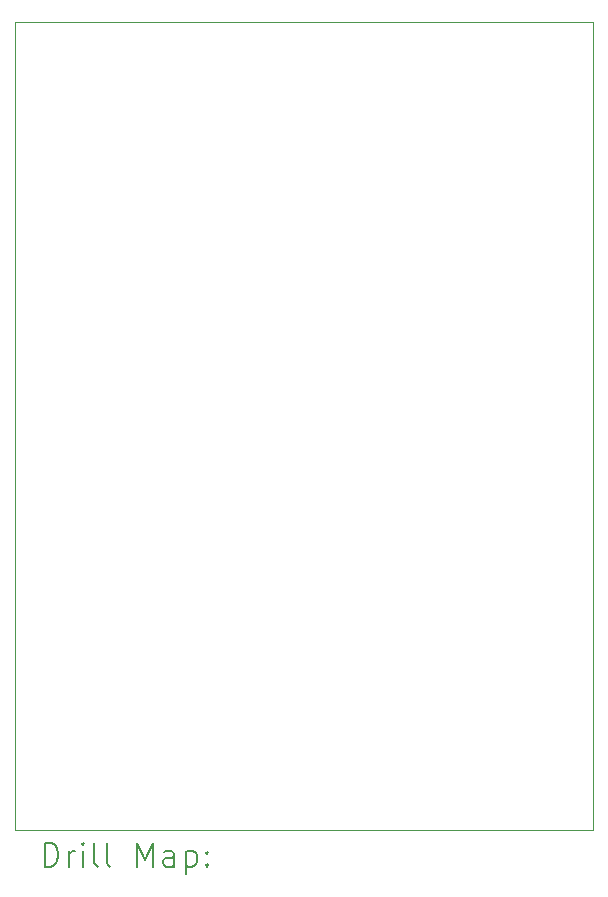
<source format=gbr>
%FSLAX45Y45*%
G04 Gerber Fmt 4.5, Leading zero omitted, Abs format (unit mm)*
G04 Created by KiCad (PCBNEW (6.0.0)) date 2022-01-09 18:23:21*
%MOMM*%
%LPD*%
G01*
G04 APERTURE LIST*
%TA.AperFunction,Profile*%
%ADD10C,0.050000*%
%TD*%
%ADD11C,0.200000*%
G04 APERTURE END LIST*
D10*
X17866170Y-5628370D02*
X17868392Y-12467082D01*
X12970002Y-12467082D02*
X12970320Y-5627100D01*
X17868392Y-12467082D02*
X12970002Y-12467082D01*
X12970320Y-5627100D02*
X17866170Y-5628370D01*
D11*
X13225121Y-12780058D02*
X13225121Y-12580058D01*
X13272740Y-12580058D01*
X13301311Y-12589582D01*
X13320359Y-12608630D01*
X13329883Y-12627677D01*
X13339407Y-12665772D01*
X13339407Y-12694344D01*
X13329883Y-12732439D01*
X13320359Y-12751487D01*
X13301311Y-12770534D01*
X13272740Y-12780058D01*
X13225121Y-12780058D01*
X13425121Y-12780058D02*
X13425121Y-12646725D01*
X13425121Y-12684820D02*
X13434645Y-12665772D01*
X13444169Y-12656249D01*
X13463216Y-12646725D01*
X13482264Y-12646725D01*
X13548930Y-12780058D02*
X13548930Y-12646725D01*
X13548930Y-12580058D02*
X13539407Y-12589582D01*
X13548930Y-12599106D01*
X13558454Y-12589582D01*
X13548930Y-12580058D01*
X13548930Y-12599106D01*
X13672740Y-12780058D02*
X13653692Y-12770534D01*
X13644169Y-12751487D01*
X13644169Y-12580058D01*
X13777502Y-12780058D02*
X13758454Y-12770534D01*
X13748930Y-12751487D01*
X13748930Y-12580058D01*
X14006073Y-12780058D02*
X14006073Y-12580058D01*
X14072740Y-12722915D01*
X14139407Y-12580058D01*
X14139407Y-12780058D01*
X14320359Y-12780058D02*
X14320359Y-12675296D01*
X14310835Y-12656249D01*
X14291788Y-12646725D01*
X14253692Y-12646725D01*
X14234645Y-12656249D01*
X14320359Y-12770534D02*
X14301311Y-12780058D01*
X14253692Y-12780058D01*
X14234645Y-12770534D01*
X14225121Y-12751487D01*
X14225121Y-12732439D01*
X14234645Y-12713391D01*
X14253692Y-12703868D01*
X14301311Y-12703868D01*
X14320359Y-12694344D01*
X14415597Y-12646725D02*
X14415597Y-12846725D01*
X14415597Y-12656249D02*
X14434645Y-12646725D01*
X14472740Y-12646725D01*
X14491788Y-12656249D01*
X14501311Y-12665772D01*
X14510835Y-12684820D01*
X14510835Y-12741963D01*
X14501311Y-12761010D01*
X14491788Y-12770534D01*
X14472740Y-12780058D01*
X14434645Y-12780058D01*
X14415597Y-12770534D01*
X14596550Y-12761010D02*
X14606073Y-12770534D01*
X14596550Y-12780058D01*
X14587026Y-12770534D01*
X14596550Y-12761010D01*
X14596550Y-12780058D01*
X14596550Y-12656249D02*
X14606073Y-12665772D01*
X14596550Y-12675296D01*
X14587026Y-12665772D01*
X14596550Y-12656249D01*
X14596550Y-12675296D01*
M02*

</source>
